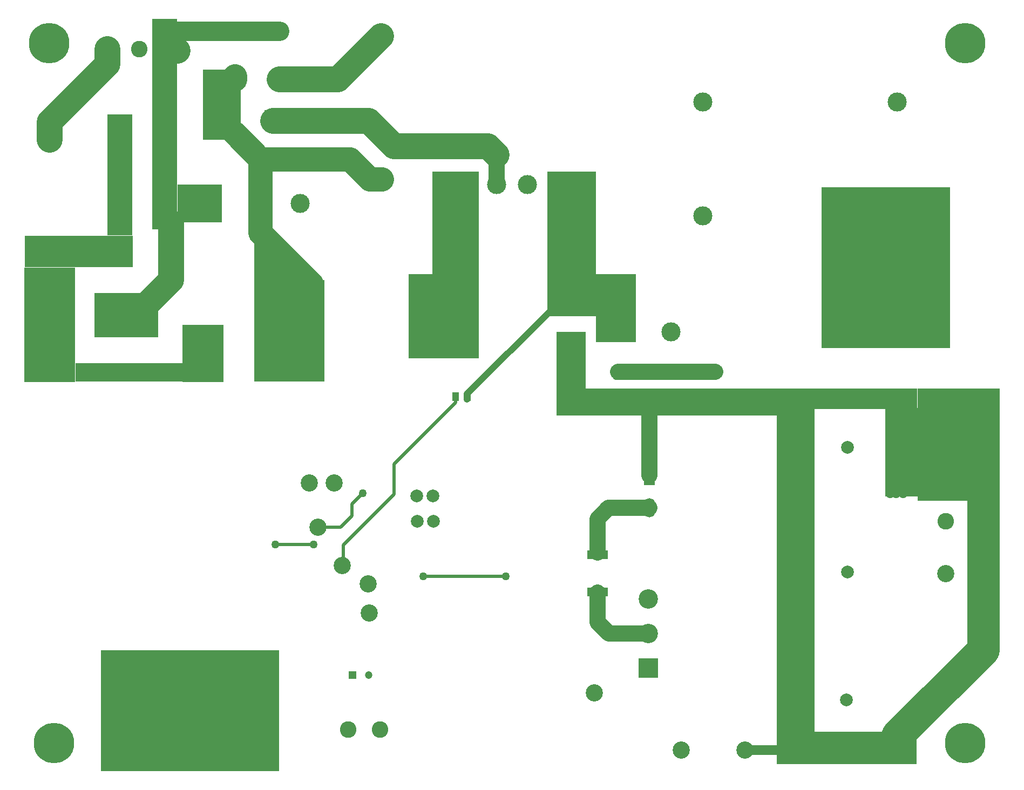
<source format=gtl>
G04 Layer_Physical_Order=1*
G04 Layer_Color=255*
%FSLAX24Y24*%
%MOIN*%
G70*
G01*
G75*
%ADD10R,0.1299X0.0532*%
%ADD11R,0.0394X0.0551*%
%ADD12R,0.1378X0.0630*%
%ADD13C,0.0200*%
%ADD14C,0.2000*%
%ADD15C,0.1600*%
%ADD16C,0.1000*%
%ADD17C,0.1200*%
%ADD18C,0.1500*%
%ADD19C,0.0400*%
%ADD20C,0.0600*%
%ADD21R,1.3603X0.1657*%
%ADD22R,0.8679X0.1259*%
%ADD23R,0.2362X0.5512*%
%ADD24R,0.5115X0.6919*%
%ADD25R,0.6693X0.2017*%
%ADD26R,0.2362X2.2034*%
%ADD27R,0.2479X0.4226*%
%ADD28R,0.4330X0.5237*%
%ADD29R,0.3043X0.8933*%
%ADD30R,0.2864X0.8465*%
%ADD31R,1.1024X0.7480*%
%ADD32R,0.1575X1.2992*%
%ADD33R,0.2756X0.2362*%
%ADD34R,0.4318X0.6299*%
%ADD35R,0.2559X0.3543*%
%ADD36R,0.3150X0.7087*%
%ADD37R,0.6594X0.1181*%
%ADD38R,0.1575X0.7480*%
%ADD39R,0.6693X0.1969*%
%ADD40R,0.3937X0.2756*%
%ADD41R,0.2362X0.4331*%
%ADD42R,0.1969X0.2300*%
%ADD43R,0.1200X0.1600*%
%ADD44R,0.1792X0.3643*%
%ADD45R,0.7921X0.9963*%
%ADD46C,0.2500*%
%ADD47R,0.0965X0.0965*%
%ADD48C,0.0965*%
%ADD49R,0.1181X0.1181*%
%ADD50C,0.1181*%
%ADD51C,0.1063*%
%ADD52C,0.0787*%
%ADD53R,0.0787X0.0787*%
%ADD54C,0.1102*%
%ADD55R,0.1102X0.1102*%
%ADD56C,0.1197*%
%ADD57R,0.1197X0.1197*%
%ADD58R,0.0697X0.1200*%
%ADD59O,0.0697X0.1200*%
%ADD60C,0.1024*%
%ADD61R,0.0472X0.0472*%
%ADD62C,0.0472*%
%ADD63R,0.0787X0.0787*%
%ADD64R,0.0630X0.0630*%
%ADD65C,0.0630*%
%ADD66R,0.1181X0.1181*%
%ADD67C,0.0500*%
D10*
X67700Y58761D02*
D03*
Y56458D02*
D03*
X66104Y42939D02*
D03*
Y45243D02*
D03*
D11*
X58080Y55011D02*
D03*
X57332D02*
D03*
D12*
X72930Y55016D02*
D03*
Y56551D02*
D03*
D13*
X50261Y44589D02*
X50409Y44737D01*
Y45831D01*
X53536Y48959D01*
Y50845D01*
X57332Y54641D01*
Y55011D01*
X46206Y45857D02*
X48578D01*
X55332Y43892D02*
X60442D01*
X48840Y46946D02*
X50247D01*
X50561Y47260D01*
X50562D01*
X50935Y47633D01*
Y48366D01*
X51613Y49044D01*
D14*
X89943Y39353D02*
Y49536D01*
X84646Y34055D02*
X89943Y39353D01*
D15*
X59350Y70472D02*
X59874Y69949D01*
X53543Y70472D02*
X59350D01*
X32283Y70866D02*
Y71978D01*
X46457Y74606D02*
X50053D01*
X52724Y77277D01*
X39764Y76487D02*
X40048D01*
X40157Y76378D01*
X37992Y60433D02*
X39764Y62205D01*
Y65748D01*
X46063Y72047D02*
X51968D01*
X53543Y70472D01*
X32283Y71978D02*
X35827Y75522D01*
Y76487D01*
X37992Y59646D02*
Y60433D01*
D16*
X59874Y68110D02*
Y69949D01*
X69300Y50130D02*
Y54385D01*
X67379Y56551D02*
X73367D01*
X66091Y45365D02*
Y47438D01*
X66783Y48130D01*
X69300D01*
X66787Y40388D02*
X69218D01*
X69223Y40383D01*
X66091Y41084D02*
X66787Y40388D01*
X66091Y41084D02*
Y42899D01*
D17*
X43701Y77559D02*
X46457D01*
X40107D02*
X43701D01*
D18*
X52022Y68451D02*
X52756D01*
X43701Y74606D02*
Y74803D01*
Y71260D02*
X45276Y69685D01*
X50787D01*
X52022Y68451D01*
X45255Y65145D02*
Y69706D01*
Y65145D02*
X48425Y61975D01*
Y61811D02*
Y61975D01*
D19*
X58046Y54841D02*
Y55177D01*
X63221Y60352D01*
Y60840D01*
D20*
X75197Y33169D02*
X77447D01*
D21*
X70374Y54674D02*
D03*
D22*
X81504Y54881D02*
D03*
D23*
X85039Y51575D02*
D03*
D24*
X88390Y52052D02*
D03*
D25*
X82480Y33292D02*
D03*
D26*
X78346Y43301D02*
D03*
D27*
X67235Y60486D02*
D03*
D28*
X56594Y59980D02*
D03*
D29*
X64513Y64431D02*
D03*
D30*
X57328Y64665D02*
D03*
D31*
X40951Y35607D02*
D03*
D32*
X39370Y71850D02*
D03*
D33*
X41535Y66929D02*
D03*
D34*
X47054Y59055D02*
D03*
D35*
X41732Y57677D02*
D03*
D36*
X32283Y59449D02*
D03*
D37*
X37156Y56496D02*
D03*
D38*
X36614Y68701D02*
D03*
D39*
X34055Y63976D02*
D03*
D40*
X37008Y60039D02*
D03*
D41*
X42913Y73032D02*
D03*
D42*
X45866Y63350D02*
D03*
D43*
X47300Y62600D02*
D03*
D44*
X64468Y57219D02*
D03*
D45*
X83916Y62968D02*
D03*
D46*
X32531Y33600D02*
D03*
X88800D02*
D03*
X32232Y76822D02*
D03*
X88800Y76822D02*
D03*
D47*
X56575Y58425D02*
D03*
D48*
X64449D02*
D03*
D49*
X41732Y66929D02*
D03*
X32283Y70866D02*
D03*
D50*
X47732Y66929D02*
D03*
Y57929D02*
D03*
X41732D02*
D03*
X70642Y58993D02*
D03*
X82453D02*
D03*
X32283Y61024D02*
D03*
X63677Y68110D02*
D03*
X59874D02*
D03*
X61776D02*
D03*
X72591Y73190D02*
D03*
X84591D02*
D03*
Y66182D02*
D03*
X72591D02*
D03*
D51*
X49831Y49674D02*
D03*
X87609Y52204D02*
D03*
X48308Y49674D02*
D03*
X71260Y33169D02*
D03*
X75197D02*
D03*
X65901Y36709D02*
D03*
X50351Y44582D02*
D03*
X51937Y43432D02*
D03*
X51988Y41652D02*
D03*
X66534Y61161D02*
D03*
X55412Y61211D02*
D03*
X87609Y44075D02*
D03*
X48840Y46946D02*
D03*
D52*
X36417Y71575D02*
D03*
X55980Y47293D02*
D03*
X54980D02*
D03*
X55944Y48856D02*
D03*
X54944D02*
D03*
X81473Y36287D02*
D03*
X81520Y44162D02*
D03*
X81544Y51872D02*
D03*
X46457Y74606D02*
D03*
X43701D02*
D03*
X57756Y63386D02*
D03*
D53*
X39370Y72441D02*
D03*
X78422Y36287D02*
D03*
X78469Y44162D02*
D03*
X78492Y51872D02*
D03*
X63661Y63386D02*
D03*
D54*
X42783Y72157D02*
D03*
D55*
X46063D02*
D03*
D56*
X69223Y42521D02*
D03*
Y40383D02*
D03*
D57*
Y38245D02*
D03*
D58*
X69300Y50130D02*
D03*
D59*
Y48130D02*
D03*
D60*
X87589Y49285D02*
D03*
Y47316D02*
D03*
X52657Y34449D02*
D03*
X50689D02*
D03*
X39764Y76487D02*
D03*
X37795D02*
D03*
X35827D02*
D03*
D61*
X50984Y37795D02*
D03*
D62*
X51968D02*
D03*
D63*
X46457Y77559D02*
D03*
X43701D02*
D03*
D64*
X36614Y68504D02*
D03*
X52756Y77309D02*
D03*
D65*
X36614Y59646D02*
D03*
X52756Y68451D02*
D03*
D66*
X57972Y68110D02*
D03*
D67*
X46206Y45882D02*
D03*
X48578Y45857D02*
D03*
X68079Y56285D02*
D03*
Y56660D02*
D03*
X67659Y56285D02*
D03*
X67278D02*
D03*
X67659Y56680D02*
D03*
X84970Y48986D02*
D03*
Y49360D02*
D03*
X84550Y48986D02*
D03*
X84170D02*
D03*
X84550Y49380D02*
D03*
X84174Y49385D02*
D03*
X67283Y56685D02*
D03*
X72514Y56778D02*
D03*
X72890Y56774D02*
D03*
X72509Y56379D02*
D03*
X72890D02*
D03*
X73310Y56753D02*
D03*
Y56379D02*
D03*
X55332Y43892D02*
D03*
X60442D02*
D03*
X51613Y49044D02*
D03*
M02*

</source>
